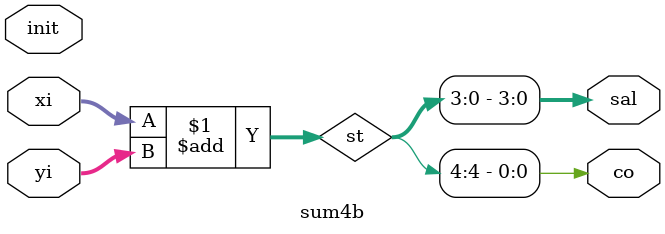
<source format=v>
`timescale 1ns / 1ps
module sum4b(init, xi, yi,co,sal);

  input init;
  input [3 :0] xi;
  input [3 :0] yi;
  output co;
  output [3 :0] sal;
  
  
  wire [4:0] st;
  assign sal= st[3:0];
  assign co = st[4];

  assign st  = 	xi+yi;

endmodule
</source>
